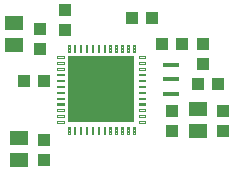
<source format=gbr>
G04 EAGLE Gerber RS-274X export*
G75*
%MOMM*%
%FSLAX34Y34*%
%LPD*%
%INSolderpaste Bottom*%
%IPPOS*%
%AMOC8*
5,1,8,0,0,1.08239X$1,22.5*%
G01*
%ADD10C,0.124994*%
%ADD11R,5.699988X5.699988*%
%ADD12R,1.399997X0.400000*%
%ADD13R,1.000000X1.100000*%
%ADD14R,1.500000X1.300000*%
%ADD15R,1.100000X1.000000*%


D10*
X-79246Y14302D02*
X-79246Y15552D01*
X-73496Y15552D01*
X-73496Y14302D01*
X-79246Y14302D01*
X-79246Y15489D02*
X-73496Y15489D01*
X-79246Y10552D02*
X-79246Y9302D01*
X-79246Y10552D02*
X-73496Y10552D01*
X-73496Y9302D01*
X-79246Y9302D01*
X-79246Y10489D02*
X-73496Y10489D01*
X-79246Y5552D02*
X-79246Y4302D01*
X-79246Y5552D02*
X-73496Y5552D01*
X-73496Y4302D01*
X-79246Y4302D01*
X-79246Y5489D02*
X-73496Y5489D01*
X-79246Y552D02*
X-79246Y-698D01*
X-79246Y552D02*
X-73496Y552D01*
X-73496Y-698D01*
X-79246Y-698D01*
X-79246Y489D02*
X-73496Y489D01*
X-79246Y-4448D02*
X-79246Y-5698D01*
X-79246Y-4448D02*
X-73496Y-4448D01*
X-73496Y-5698D01*
X-79246Y-5698D01*
X-79246Y-4511D02*
X-73496Y-4511D01*
X-79246Y-9448D02*
X-79246Y-10698D01*
X-79246Y-9448D02*
X-73496Y-9448D01*
X-73496Y-10698D01*
X-79246Y-10698D01*
X-79246Y-9511D02*
X-73496Y-9511D01*
X-79246Y-14448D02*
X-79246Y-15698D01*
X-79246Y-14448D02*
X-73496Y-14448D01*
X-73496Y-15698D01*
X-79246Y-15698D01*
X-79246Y-14511D02*
X-73496Y-14511D01*
X-79246Y-19448D02*
X-79246Y-20698D01*
X-79246Y-19448D02*
X-73496Y-19448D01*
X-73496Y-20698D01*
X-79246Y-20698D01*
X-79246Y-19511D02*
X-73496Y-19511D01*
X-79246Y-24448D02*
X-79246Y-25698D01*
X-79246Y-24448D02*
X-73496Y-24448D01*
X-73496Y-25698D01*
X-79246Y-25698D01*
X-79246Y-24511D02*
X-73496Y-24511D01*
X-79246Y-29448D02*
X-79246Y-30698D01*
X-79246Y-29448D02*
X-73496Y-29448D01*
X-73496Y-30698D01*
X-79246Y-30698D01*
X-79246Y-29511D02*
X-73496Y-29511D01*
X-79246Y-34448D02*
X-79246Y-35698D01*
X-79246Y-34448D02*
X-73496Y-34448D01*
X-73496Y-35698D01*
X-79246Y-35698D01*
X-79246Y-34511D02*
X-73496Y-34511D01*
X-79246Y-39448D02*
X-79246Y-40698D01*
X-79246Y-39448D02*
X-73496Y-39448D01*
X-73496Y-40698D01*
X-79246Y-40698D01*
X-79246Y-39511D02*
X-73496Y-39511D01*
X-82746Y-44198D02*
X-83996Y-44198D01*
X-82746Y-44198D02*
X-82746Y-49948D01*
X-83996Y-49948D01*
X-83996Y-44198D01*
X-83996Y-48761D02*
X-82746Y-48761D01*
X-82746Y-47574D02*
X-83996Y-47574D01*
X-83996Y-46387D02*
X-82746Y-46387D01*
X-82746Y-45200D02*
X-83996Y-45200D01*
X-87746Y-44198D02*
X-88996Y-44198D01*
X-87746Y-44198D02*
X-87746Y-49948D01*
X-88996Y-49948D01*
X-88996Y-44198D01*
X-88996Y-48761D02*
X-87746Y-48761D01*
X-87746Y-47574D02*
X-88996Y-47574D01*
X-88996Y-46387D02*
X-87746Y-46387D01*
X-87746Y-45200D02*
X-88996Y-45200D01*
X-92746Y-44198D02*
X-93996Y-44198D01*
X-92746Y-44198D02*
X-92746Y-49948D01*
X-93996Y-49948D01*
X-93996Y-44198D01*
X-93996Y-48761D02*
X-92746Y-48761D01*
X-92746Y-47574D02*
X-93996Y-47574D01*
X-93996Y-46387D02*
X-92746Y-46387D01*
X-92746Y-45200D02*
X-93996Y-45200D01*
X-97746Y-44198D02*
X-98996Y-44198D01*
X-97746Y-44198D02*
X-97746Y-49948D01*
X-98996Y-49948D01*
X-98996Y-44198D01*
X-98996Y-48761D02*
X-97746Y-48761D01*
X-97746Y-47574D02*
X-98996Y-47574D01*
X-98996Y-46387D02*
X-97746Y-46387D01*
X-97746Y-45200D02*
X-98996Y-45200D01*
X-102746Y-44198D02*
X-103996Y-44198D01*
X-102746Y-44198D02*
X-102746Y-49948D01*
X-103996Y-49948D01*
X-103996Y-44198D01*
X-103996Y-48761D02*
X-102746Y-48761D01*
X-102746Y-47574D02*
X-103996Y-47574D01*
X-103996Y-46387D02*
X-102746Y-46387D01*
X-102746Y-45200D02*
X-103996Y-45200D01*
X-107746Y-44198D02*
X-108996Y-44198D01*
X-107746Y-44198D02*
X-107746Y-49948D01*
X-108996Y-49948D01*
X-108996Y-44198D01*
X-108996Y-48761D02*
X-107746Y-48761D01*
X-107746Y-47574D02*
X-108996Y-47574D01*
X-108996Y-46387D02*
X-107746Y-46387D01*
X-107746Y-45200D02*
X-108996Y-45200D01*
X-112746Y-44198D02*
X-113996Y-44198D01*
X-112746Y-44198D02*
X-112746Y-49948D01*
X-113996Y-49948D01*
X-113996Y-44198D01*
X-113996Y-48761D02*
X-112746Y-48761D01*
X-112746Y-47574D02*
X-113996Y-47574D01*
X-113996Y-46387D02*
X-112746Y-46387D01*
X-112746Y-45200D02*
X-113996Y-45200D01*
X-117746Y-44198D02*
X-118996Y-44198D01*
X-117746Y-44198D02*
X-117746Y-49948D01*
X-118996Y-49948D01*
X-118996Y-44198D01*
X-118996Y-48761D02*
X-117746Y-48761D01*
X-117746Y-47574D02*
X-118996Y-47574D01*
X-118996Y-46387D02*
X-117746Y-46387D01*
X-117746Y-45200D02*
X-118996Y-45200D01*
X-122746Y-44198D02*
X-123996Y-44198D01*
X-122746Y-44198D02*
X-122746Y-49948D01*
X-123996Y-49948D01*
X-123996Y-44198D01*
X-123996Y-48761D02*
X-122746Y-48761D01*
X-122746Y-47574D02*
X-123996Y-47574D01*
X-123996Y-46387D02*
X-122746Y-46387D01*
X-122746Y-45200D02*
X-123996Y-45200D01*
X-127746Y-44198D02*
X-128996Y-44198D01*
X-127746Y-44198D02*
X-127746Y-49948D01*
X-128996Y-49948D01*
X-128996Y-44198D01*
X-128996Y-48761D02*
X-127746Y-48761D01*
X-127746Y-47574D02*
X-128996Y-47574D01*
X-128996Y-46387D02*
X-127746Y-46387D01*
X-127746Y-45200D02*
X-128996Y-45200D01*
X-132746Y-44198D02*
X-133996Y-44198D01*
X-132746Y-44198D02*
X-132746Y-49948D01*
X-133996Y-49948D01*
X-133996Y-44198D01*
X-133996Y-48761D02*
X-132746Y-48761D01*
X-132746Y-47574D02*
X-133996Y-47574D01*
X-133996Y-46387D02*
X-132746Y-46387D01*
X-132746Y-45200D02*
X-133996Y-45200D01*
X-137746Y-44198D02*
X-138996Y-44198D01*
X-137746Y-44198D02*
X-137746Y-49948D01*
X-138996Y-49948D01*
X-138996Y-44198D01*
X-138996Y-48761D02*
X-137746Y-48761D01*
X-137746Y-47574D02*
X-138996Y-47574D01*
X-138996Y-46387D02*
X-137746Y-46387D01*
X-137746Y-45200D02*
X-138996Y-45200D01*
X-142496Y-40698D02*
X-142496Y-39448D01*
X-142496Y-40698D02*
X-148246Y-40698D01*
X-148246Y-39448D01*
X-142496Y-39448D01*
X-142496Y-39511D02*
X-148246Y-39511D01*
X-142496Y-35698D02*
X-142496Y-34448D01*
X-142496Y-35698D02*
X-148246Y-35698D01*
X-148246Y-34448D01*
X-142496Y-34448D01*
X-142496Y-34511D02*
X-148246Y-34511D01*
X-142496Y-30698D02*
X-142496Y-29448D01*
X-142496Y-30698D02*
X-148246Y-30698D01*
X-148246Y-29448D01*
X-142496Y-29448D01*
X-142496Y-29511D02*
X-148246Y-29511D01*
X-142496Y-25698D02*
X-142496Y-24448D01*
X-142496Y-25698D02*
X-148246Y-25698D01*
X-148246Y-24448D01*
X-142496Y-24448D01*
X-142496Y-24511D02*
X-148246Y-24511D01*
X-142496Y-20698D02*
X-142496Y-19448D01*
X-142496Y-20698D02*
X-148246Y-20698D01*
X-148246Y-19448D01*
X-142496Y-19448D01*
X-142496Y-19511D02*
X-148246Y-19511D01*
X-142496Y-15698D02*
X-142496Y-14448D01*
X-142496Y-15698D02*
X-148246Y-15698D01*
X-148246Y-14448D01*
X-142496Y-14448D01*
X-142496Y-14511D02*
X-148246Y-14511D01*
X-142496Y-10698D02*
X-142496Y-9448D01*
X-142496Y-10698D02*
X-148246Y-10698D01*
X-148246Y-9448D01*
X-142496Y-9448D01*
X-142496Y-9511D02*
X-148246Y-9511D01*
X-142496Y-5698D02*
X-142496Y-4448D01*
X-142496Y-5698D02*
X-148246Y-5698D01*
X-148246Y-4448D01*
X-142496Y-4448D01*
X-142496Y-4511D02*
X-148246Y-4511D01*
X-142496Y-698D02*
X-142496Y552D01*
X-142496Y-698D02*
X-148246Y-698D01*
X-148246Y552D01*
X-142496Y552D01*
X-142496Y489D02*
X-148246Y489D01*
X-142496Y4302D02*
X-142496Y5552D01*
X-142496Y4302D02*
X-148246Y4302D01*
X-148246Y5552D01*
X-142496Y5552D01*
X-142496Y5489D02*
X-148246Y5489D01*
X-142496Y9302D02*
X-142496Y10552D01*
X-142496Y9302D02*
X-148246Y9302D01*
X-148246Y10552D01*
X-142496Y10552D01*
X-142496Y10489D02*
X-148246Y10489D01*
X-142496Y14302D02*
X-142496Y15552D01*
X-142496Y14302D02*
X-148246Y14302D01*
X-148246Y15552D01*
X-142496Y15552D01*
X-142496Y15489D02*
X-148246Y15489D01*
X-138996Y19052D02*
X-137746Y19052D01*
X-138996Y19052D02*
X-138996Y24802D01*
X-137746Y24802D01*
X-137746Y19052D01*
X-137746Y20239D02*
X-138996Y20239D01*
X-138996Y21426D02*
X-137746Y21426D01*
X-137746Y22613D02*
X-138996Y22613D01*
X-138996Y23800D02*
X-137746Y23800D01*
X-133996Y19052D02*
X-132746Y19052D01*
X-133996Y19052D02*
X-133996Y24802D01*
X-132746Y24802D01*
X-132746Y19052D01*
X-132746Y20239D02*
X-133996Y20239D01*
X-133996Y21426D02*
X-132746Y21426D01*
X-132746Y22613D02*
X-133996Y22613D01*
X-133996Y23800D02*
X-132746Y23800D01*
X-128996Y19052D02*
X-127746Y19052D01*
X-128996Y19052D02*
X-128996Y24802D01*
X-127746Y24802D01*
X-127746Y19052D01*
X-127746Y20239D02*
X-128996Y20239D01*
X-128996Y21426D02*
X-127746Y21426D01*
X-127746Y22613D02*
X-128996Y22613D01*
X-128996Y23800D02*
X-127746Y23800D01*
X-123996Y19052D02*
X-122746Y19052D01*
X-123996Y19052D02*
X-123996Y24802D01*
X-122746Y24802D01*
X-122746Y19052D01*
X-122746Y20239D02*
X-123996Y20239D01*
X-123996Y21426D02*
X-122746Y21426D01*
X-122746Y22613D02*
X-123996Y22613D01*
X-123996Y23800D02*
X-122746Y23800D01*
X-118996Y19052D02*
X-117746Y19052D01*
X-118996Y19052D02*
X-118996Y24802D01*
X-117746Y24802D01*
X-117746Y19052D01*
X-117746Y20239D02*
X-118996Y20239D01*
X-118996Y21426D02*
X-117746Y21426D01*
X-117746Y22613D02*
X-118996Y22613D01*
X-118996Y23800D02*
X-117746Y23800D01*
X-113996Y19052D02*
X-112746Y19052D01*
X-113996Y19052D02*
X-113996Y24802D01*
X-112746Y24802D01*
X-112746Y19052D01*
X-112746Y20239D02*
X-113996Y20239D01*
X-113996Y21426D02*
X-112746Y21426D01*
X-112746Y22613D02*
X-113996Y22613D01*
X-113996Y23800D02*
X-112746Y23800D01*
X-108996Y19052D02*
X-107746Y19052D01*
X-108996Y19052D02*
X-108996Y24802D01*
X-107746Y24802D01*
X-107746Y19052D01*
X-107746Y20239D02*
X-108996Y20239D01*
X-108996Y21426D02*
X-107746Y21426D01*
X-107746Y22613D02*
X-108996Y22613D01*
X-108996Y23800D02*
X-107746Y23800D01*
X-103996Y19052D02*
X-102746Y19052D01*
X-103996Y19052D02*
X-103996Y24802D01*
X-102746Y24802D01*
X-102746Y19052D01*
X-102746Y20239D02*
X-103996Y20239D01*
X-103996Y21426D02*
X-102746Y21426D01*
X-102746Y22613D02*
X-103996Y22613D01*
X-103996Y23800D02*
X-102746Y23800D01*
X-98996Y19052D02*
X-97746Y19052D01*
X-98996Y19052D02*
X-98996Y24802D01*
X-97746Y24802D01*
X-97746Y19052D01*
X-97746Y20239D02*
X-98996Y20239D01*
X-98996Y21426D02*
X-97746Y21426D01*
X-97746Y22613D02*
X-98996Y22613D01*
X-98996Y23800D02*
X-97746Y23800D01*
X-93996Y19052D02*
X-92746Y19052D01*
X-93996Y19052D02*
X-93996Y24802D01*
X-92746Y24802D01*
X-92746Y19052D01*
X-92746Y20239D02*
X-93996Y20239D01*
X-93996Y21426D02*
X-92746Y21426D01*
X-92746Y22613D02*
X-93996Y22613D01*
X-93996Y23800D02*
X-92746Y23800D01*
X-88996Y19052D02*
X-87746Y19052D01*
X-88996Y19052D02*
X-88996Y24802D01*
X-87746Y24802D01*
X-87746Y19052D01*
X-87746Y20239D02*
X-88996Y20239D01*
X-88996Y21426D02*
X-87746Y21426D01*
X-87746Y22613D02*
X-88996Y22613D01*
X-88996Y23800D02*
X-87746Y23800D01*
X-83996Y19052D02*
X-82746Y19052D01*
X-83996Y19052D02*
X-83996Y24802D01*
X-82746Y24802D01*
X-82746Y19052D01*
X-82746Y20239D02*
X-83996Y20239D01*
X-83996Y21426D02*
X-82746Y21426D01*
X-82746Y22613D02*
X-83996Y22613D01*
X-83996Y23800D02*
X-82746Y23800D01*
D11*
X-110871Y-12573D03*
D12*
X-52197Y7936D03*
X-52197Y-4064D03*
X-52197Y-16064D03*
D13*
X-25146Y9153D03*
X-25146Y26153D03*
X-67700Y47498D03*
X-84700Y47498D03*
X-176394Y-5080D03*
X-159394Y-5080D03*
D14*
X-28829Y-47727D03*
X-28829Y-28727D03*
D15*
X-7620Y-47616D03*
X-7620Y-30616D03*
D14*
X-184404Y24917D03*
X-184404Y43917D03*
X-180721Y-53492D03*
X-180721Y-72492D03*
D13*
X-50673Y-47616D03*
X-50673Y-30616D03*
X-162687Y21472D03*
X-162687Y38472D03*
X-159258Y-55635D03*
X-159258Y-72635D03*
X-141478Y37728D03*
X-141478Y54728D03*
D15*
X-59427Y26289D03*
X-42427Y26289D03*
D13*
X-11820Y-7620D03*
X-28820Y-7620D03*
M02*

</source>
